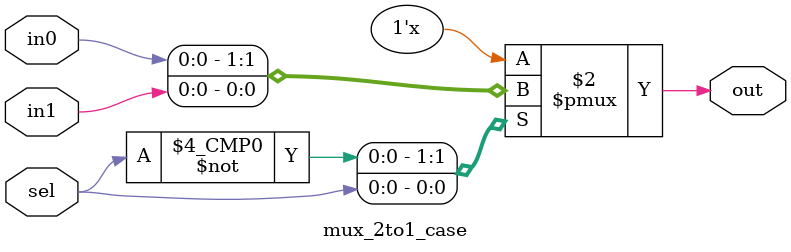
<source format=v>
`timescale 1ns / 1ps

module mux_2to1_case(
    input in0,
    input in1,
    input sel,
    output reg out
    );
    
    always @(in0 or in1 or sel)
    begin
        case(sel)
            0:       out <= in0;
            1:       out <= in1;
            default: out <= 1'bZ;
        endcase
    end
endmodule

</source>
